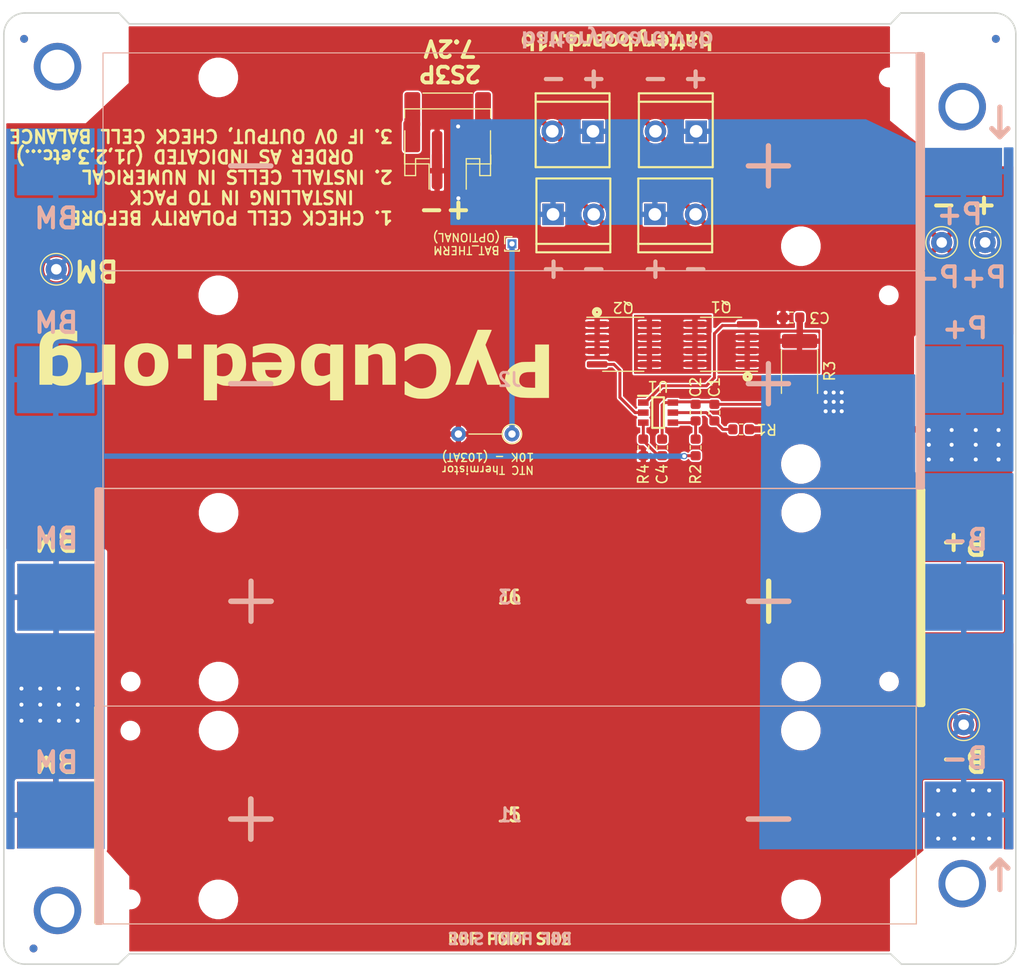
<source format=kicad_pcb>
(kicad_pcb (version 20171130) (host pcbnew "(5.1.5)-3")
  (layers (0 F.Cu signal) (31 B.Cu signal) (34 B.Paste user hide) (35 F.Paste user hide) (36 B.SilkS user) (37 F.SilkS user hide) (38 B.Mask user hide) (39 F.Mask user hide) (44 Edge.Cuts user))
  (net 0 "")
  (net 1 /VDD)
  (net 2 B-)
  (net 3 "Net-(C2-Pad2)")
  (net 4 PACK-)
  (net 5 BM)
  (net 6 PACK+)
  (net 7 "Net-(Q1-Pad5)")
  (net 8 "Net-(Q1-Pad4)")
  (net 9 "Net-(Q2-Pad4)")
  (net 10 "Net-(C3-Pad1)")
  (net 11 "Net-(C4-Pad2)")
  (net 12 BAT_THERM)
  (net 13 "Net-(H1-Pad1)")
  (net 14 "Net-(H2-Pad1)")
  (net 15 "Net-(H4-Pad1)")
  (net 16 "Net-(H3-Pad1)")
  (module custom-footprints:battery_version (layer F.Cu) (at 111.252 56.388 180)
    (fp_text reference Ref** hide)
    (fp_text value Val** hide)
  )
  (module custom-footprints:battery_version (layer B.Cu) (at 111.3536 56.134)
    (fp_text reference Ref** hide)
    (fp_text value Val** hide)
  )
  (module custom-footprints:MountingHole_3.2mm_M3_DIN965_PadMOD (layer F.Cu) (at 144.0053 62.6899)
    (fp_text reference H3 hide)
    (fp_text value MountingHole_Pad)
    (pad 1 thru_hole circle (at 0 0) (size 4.5 4.5) (drill 3.2) (layers *.Cu *.Mask) (net 16 "Net-(H3-Pad1)"))
  )
  (module custom-footprints:MountingHole_3.2mm_M3_DIN965_PadMOD (layer F.Cu) (at 144.0053 136.3499)
    (fp_text reference H4 hide)
    (fp_text value MountingHole_Pad)
    (pad 1 thru_hole circle (at 0 0) (size 4.5 4.5) (drill 3.2) (layers *.Cu *.Mask) (net 15 "Net-(H4-Pad1)"))
  )
  (module custom-footprints:MountingHole_3.2mm_M3_DIN965_PadMOD (layer F.Cu) (at 58.2803 58.8899)
    (fp_text reference H2 hide)
    (fp_text value MountingHole_Pad)
    (pad 1 thru_hole circle (at 0 0) (size 4.5 4.5) (drill 3.2) (layers *.Cu *.Mask) (net 14 "Net-(H2-Pad1)"))
  )
  (module custom-footprints:MountingHole_3.2mm_M3_DIN965_PadMOD (layer F.Cu) (at 58.2803 138.8899)
    (fp_text reference H1 hide)
    (fp_text value MountingHole_Pad)
    (pad 1 thru_hole circle (at 0 0) (size 4.5 4.5) (drill 3.2) (layers *.Cu *.Mask) (net 13 "Net-(H1-Pad1)"))
  )
  (module custom-footprints:pycubed_logo (layer F.Cu) (at 83.29676 86.9188 180)
    (fp_text reference Ref** hide)
    (fp_text value Val** hide)
  )
  (module custom-footprints:KEYSTONE-1042 (layer B.Cu) (at 101.1174 67.9196)
    (fp_text reference J4 hide)
    (fp_text value KEYSTONE-1042 hide)
    (fp_text user - (at -24.525 0) (layer B.SilkS) (effects (font (size 5 5) (thickness 0.5)) (justify mirror)))
    (fp_text user + (at 24.525 0) (layer B.SilkS) (effects (font (size 5 5) (thickness 0.5)) (justify mirror)))
    (pad 5 np_thru_hole circle (at 35.93 -8) (size 1.57 0) (drill 1.57) (layers *.Cu *.Mask))
    (pad 4 np_thru_hole circle (at 27.6 8) (size 3.45 0) (drill 3.45) (layers *.Cu *.Mask))
    (pad 3 np_thru_hole circle (at -27.6 -8) (size 3.45 0) (drill 3.45) (layers *.Cu *.Mask))
    (pad 2 smd rect (at 43 0.925 270) (size 4.5 7.34) (layers B.Cu B.Paste B.Mask) (net 6 PACK+))
    (pad 1 smd rect (at -43 0 270) (size 6.35 7.34) (layers B.Cu B.Paste B.Mask) (net 5 BM))
  )
  (module custom-footprints:KEYSTONE-1042 (layer F.Cu) (at 101.1428 109.1946)
    (fp_text reference J6 (at 0 0) (layer F.SilkS) (effects (font (size 1.27 1.27) (thickness 0.254))))
    (fp_text value KEYSTONE-1042 hide)
    (fp_text user - (at -24.525 0) (layer F.SilkS) (effects (font (size 5 5) (thickness 0.5))))
    (fp_text user + (at 24.525 0) (layer F.SilkS) (effects (font (size 5 5) (thickness 0.5))))
    (pad 5 np_thru_hole circle (at 35.93 8) (size 1.57 0) (drill 1.57) (layers *.Cu *.Mask))
    (pad 4 np_thru_hole circle (at 27.6 -8) (size 3.45 0) (drill 3.45) (layers *.Cu *.Mask))
    (pad 3 np_thru_hole circle (at -27.6 8) (size 3.45 0) (drill 3.45) (layers *.Cu *.Mask))
    (pad 2 smd rect (at 43 0 90) (size 6.35 7.34) (layers F.Cu F.Paste F.Mask) (net 6 PACK+))
    (pad 1 smd rect (at -43 0 90) (size 6.35 7.34) (layers F.Cu F.Paste F.Mask) (net 5 BM))
  )
  (module custom-footprints:KEYSTONE-1042 (layer F.Cu) (at 101.1174 129.8448 180)
    (fp_text reference J5 (at 0 0) (layer F.SilkS) (effects (font (size 1.27 1.27) (thickness 0.254))))
    (fp_text value KEYSTONE-1042 hide)
    (fp_text user - (at -24.525 0) (layer F.SilkS) (effects (font (size 5 5) (thickness 0.5))))
    (fp_text user + (at 24.525 0) (layer F.SilkS) (effects (font (size 5 5) (thickness 0.5))))
    (pad 5 np_thru_hole circle (at 35.93 8 180) (size 1.57 0) (drill 1.57) (layers *.Cu *.Mask))
    (pad 4 np_thru_hole circle (at 27.6 -8 180) (size 3.45 0) (drill 3.45) (layers *.Cu *.Mask))
    (pad 3 np_thru_hole circle (at -27.6 8 180) (size 3.45 0) (drill 3.45) (layers *.Cu *.Mask))
    (pad 2 smd rect (at 43 0 270) (size 6.35 7.34) (layers F.Cu F.Paste F.Mask) (net 5 BM))
    (pad 1 smd rect (at -43 0 270) (size 6.35 7.34) (layers F.Cu F.Paste F.Mask) (net 2 B-))
  )
  (module custom-footprints:KEYSTONE-1042 (layer B.Cu) (at 101.1428 109.1946 180)
    (fp_text reference J3 (at 0 0) (layer B.SilkS) (effects (font (size 1.27 1.27) (thickness 0.254)) (justify mirror)))
    (fp_text value KEYSTONE-1042 hide)
    (fp_text user - (at -24.525 0) (layer B.SilkS) (effects (font (size 5 5) (thickness 0.5)) (justify mirror)))
    (fp_text user + (at 24.525 0) (layer B.SilkS) (effects (font (size 5 5) (thickness 0.5)) (justify mirror)))
    (pad 5 np_thru_hole circle (at 35.93 -8 180) (size 1.57 0) (drill 1.57) (layers *.Cu *.Mask))
    (pad 4 np_thru_hole circle (at 27.6 8 180) (size 3.45 0) (drill 3.45) (layers *.Cu *.Mask))
    (pad 3 np_thru_hole circle (at -27.6 -8 180) (size 3.45 0) (drill 3.45) (layers *.Cu *.Mask))
    (pad 2 smd rect (at 43 0 90) (size 6.35 7.34) (layers B.Cu B.Paste B.Mask) (net 5 BM))
    (pad 1 smd rect (at -43 0 90) (size 6.35 7.34) (layers B.Cu B.Paste B.Mask) (net 2 B-))
  )
  (module custom-footprints:KEYSTONE-1042 (layer B.Cu) (at 101.1174 88.5698)
    (fp_text reference J2 (at 0 0) (layer B.SilkS) (effects (font (size 1.27 1.27) (thickness 0.254)) (justify mirror)))
    (fp_text value KEYSTONE-1042 hide)
    (fp_text user - (at -24.525 0) (layer B.SilkS) (effects (font (size 5 5) (thickness 0.5)) (justify mirror)))
    (fp_text user + (at 24.525 0) (layer B.SilkS) (effects (font (size 5 5) (thickness 0.5)) (justify mirror)))
    (pad 5 np_thru_hole circle (at 35.93 -8) (size 1.57 0) (drill 1.57) (layers *.Cu *.Mask))
    (pad 4 np_thru_hole circle (at 27.6 8) (size 3.45 0) (drill 3.45) (layers *.Cu *.Mask))
    (pad 3 np_thru_hole circle (at -27.6 -8) (size 3.45 0) (drill 3.45) (layers *.Cu *.Mask))
    (pad 2 smd rect (at 43 0 270) (size 6.35 7.34) (layers B.Cu B.Paste B.Mask) (net 6 PACK+))
    (pad 1 smd rect (at -43 0 270) (size 6.35 7.34) (layers B.Cu B.Paste B.Mask) (net 5 BM))
  )
  (module custom-footprints:KEYSTONE-1042 (layer B.Cu) (at 101.1428 129.8448 180)
    (fp_text reference J1 (at 0 0) (layer B.SilkS) (effects (font (size 1.27 1.27) (thickness 0.254)) (justify mirror)))
    (fp_text value KEYSTONE-1042 hide)
    (fp_text user - (at -24.525 0) (layer B.SilkS) (effects (font (size 5 5) (thickness 0.5)) (justify mirror)))
    (fp_text user + (at 24.525 0) (layer B.SilkS) (effects (font (size 5 5) (thickness 0.5)) (justify mirror)))
    (pad 5 np_thru_hole circle (at 35.93 -8 180) (size 1.57 0) (drill 1.57) (layers *.Cu *.Mask))
    (pad 4 np_thru_hole circle (at 27.6 8 180) (size 3.45 0) (drill 3.45) (layers *.Cu *.Mask))
    (pad 3 np_thru_hole circle (at -27.6 -8 180) (size 3.45 0) (drill 3.45) (layers *.Cu *.Mask))
    (pad 2 smd rect (at 43 0 90) (size 6.35 7.34) (layers B.Cu B.Paste B.Mask) (net 5 BM))
    (pad 1 smd rect (at -43 0 90) (size 6.35 7.34) (layers B.Cu B.Paste B.Mask) (net 2 B-))
  )
  (module Fiducial:Fiducial_0.75mm_Mask1.5mm (layer F.Cu) (at 147.193 56.261)
    (fp_text reference REF** hide)
    (fp_text value Fiducial_0.75mm_Mask1.5mm)
    (pad "" smd circle (at 0 0) (size 0.75 0.75) (layers F.Cu F.Mask) (clearance 0.375))
  )
  (module Fiducial:Fiducial_0.75mm_Mask1.5mm (layer B.Cu) (at 147.193 56.261)
    (fp_text reference REF** hide)
    (fp_text value Fiducial_0.75mm_Mask1.5mm)
    (pad "" smd circle (at 0 0) (size 0.75 0.75) (layers B.Cu B.Mask) (clearance 0.375))
  )
  (module Fiducial:Fiducial_0.75mm_Mask1.5mm (layer F.Cu) (at 55.118 56.261)
    (fp_text reference REF** hide)
    (fp_text value Fiducial_0.75mm_Mask1.5mm)
    (pad "" smd circle (at 0 0) (size 0.75 0.75) (layers F.Cu F.Mask) (clearance 0.375))
  )
  (module Fiducial:Fiducial_0.75mm_Mask1.5mm (layer B.Cu) (at 55.118 56.261)
    (fp_text reference REF** hide)
    (fp_text value Fiducial_0.75mm_Mask1.5mm)
    (pad "" smd circle (at 0 0) (size 0.75 0.75) (layers B.Cu B.Mask) (clearance 0.375))
  )
  (module Fiducial:Fiducial_0.75mm_Mask1.5mm (layer B.Cu) (at 56.007 142.494)
    (fp_text reference REF** hide)
    (fp_text value Fiducial_0.75mm_Mask1.5mm)
    (pad "" smd circle (at 0 0) (size 0.75 0.75) (layers B.Cu B.Mask) (clearance 0.375))
  )
  (module Fiducial:Fiducial_0.75mm_Mask1.5mm (layer F.Cu) (at 56.007 142.494)
    (fp_text reference REF** hide)
    (fp_text value Fiducial_0.75mm_Mask1.5mm)
    (pad "" smd circle (at 0 0) (size 0.75 0.75) (layers F.Cu F.Mask) (clearance 0.375))
  )
  (module Connector_JST:JST_PH_B2B-PH-SM4-TB_1x02-1MP_P2.00mm_Vertical (layer F.Cu) (at 95.25 67.2592)
    (fp_text reference REF** hide)
    (fp_text value JST_PH_B2B-PH-SM4-TB_1x02-1MP_P2.00mm_Vertical)
    (pad MP smd roundrect (at 3.4 -1.75) (size 1.6 3) (layers F.Cu F.Paste F.Mask) (roundrect_rratio 0.15625))
    (pad MP smd roundrect (at -3.4 -1.75) (size 1.6 3) (layers F.Cu F.Paste F.Mask) (roundrect_rratio 0.15625))
    (pad 2 smd roundrect (at 1 0.5) (size 1 5.499999) (layers F.Cu F.Paste F.Mask) (net 6 PACK+))
    (pad 1 smd roundrect (at -1 0.5) (size 1 5.499999) (layers F.Cu F.Paste F.Mask) (net 4 PACK-))
  )
  (module Resistor_THT:R_Axial_DIN0204_L3.6mm_D1.6mm_P5.08mm_Vertical (layer F.Cu) (at 101.346 93.726 180)
    (fp_text reference TH1 hide)
    (fp_text value Thermistor)
    (pad 2 thru_hole oval (at 5.08 0 180) (size 1.4 1.4) (drill 0.7) (layers *.Cu *.Mask) (net 4 PACK-))
    (pad 1 thru_hole circle (at 0 0 180) (size 1.4 1.4) (drill 0.7) (layers *.Cu *.Mask) (net 12 BAT_THERM))
  )
  (module Connector_PinHeader_1.00mm:PinHeader_1x01_P1.00mm_Vertical (layer F.Cu) (at 101.346 75.692)
    (fp_text reference J12 hide)
    (fp_text value Screw_Terminal_01x01)
    (pad 1 thru_hole rect (at 0 0) (size 0.85 0.85) (drill 0.5) (layers *.Cu *.Mask) (net 12 BAT_THERM))
  )
  (module custom-footprints:SCREWTERMINAL-3.5MM-2_LOCK (layer F.Cu) (at 115.062 72.898)
    (fp_text reference J11 hide)
    (fp_text value Screw_Terminal_01x02)
    (pad 1 thru_hole rect (at -0.1778 0) (size 2.032 2.032) (drill 1.2) (layers *.Cu *.Mask) (net 6 PACK+))
    (pad 2 thru_hole circle (at 3.6778 0) (size 2.032 2.032) (drill 1.2) (layers *.Cu *.Mask) (net 4 PACK-))
  )
  (module custom-footprints:SCREWTERMINAL-3.5MM-2_LOCK (layer F.Cu) (at 118.618 65.024 180)
    (fp_text reference J10 hide)
    (fp_text value Screw_Terminal_01x02)
    (pad 1 thru_hole rect (at -0.1778 0 180) (size 2.032 2.032) (drill 1.2) (layers *.Cu *.Mask) (net 6 PACK+))
    (pad 2 thru_hole circle (at 3.6778 0 180) (size 2.032 2.032) (drill 1.2) (layers *.Cu *.Mask) (net 4 PACK-))
  )
  (module custom-footprints:SCREWTERMINAL-3.5MM-2_LOCK (layer F.Cu) (at 105.41 72.898)
    (fp_text reference J9 hide)
    (fp_text value Screw_Terminal_01x02)
    (pad 1 thru_hole rect (at -0.1778 0) (size 2.032 2.032) (drill 1.2) (layers *.Cu *.Mask) (net 6 PACK+))
    (pad 2 thru_hole circle (at 3.6778 0) (size 2.032 2.032) (drill 1.2) (layers *.Cu *.Mask) (net 4 PACK-))
  )
  (module custom-footprints:SCREWTERMINAL-3.5MM-2_LOCK (layer F.Cu) (at 108.839 65.024 180)
    (fp_text reference J8 hide)
    (fp_text value Screw_Terminal_01x02)
    (pad 1 thru_hole rect (at -0.1778 0 180) (size 2.032 2.032) (drill 1.2) (layers *.Cu *.Mask) (net 6 PACK+))
    (pad 2 thru_hole circle (at 3.6778 0 180) (size 2.032 2.032) (drill 1.2) (layers *.Cu *.Mask) (net 4 PACK-))
  )
  (module Connector_JST:JST_PH_S2B-PH-SM4-TB_1x02-1MP_P2.00mm_Horizontal (layer F.Cu) (at 95.25 65.913 180)
    (fp_text reference J7 hide)
    (fp_text value JST_PH_S2B-PH-SM4)
    (pad MP smd roundrect (at 3.35 2.9 180) (size 1.5 3.4) (layers F.Cu F.Paste F.Mask) (roundrect_rratio 0.166667))
    (pad MP smd roundrect (at -3.35 2.9 180) (size 1.5 3.4) (layers F.Cu F.Paste F.Mask) (roundrect_rratio 0.166667))
    (pad 2 smd roundrect (at 1 -2.85 180) (size 1 3.5) (layers F.Cu F.Paste F.Mask) (net 4 PACK-))
    (pad 1 smd roundrect (at -1 -2.85 180) (size 1 3.5) (layers F.Cu F.Paste F.Mask) (net 6 PACK+))
  )
  (module TestPoint:TestPoint_Loop_D1.80mm_Drill1.0mm_Beaded (layer F.Cu) (at 146.177 75.565)
    (fp_text reference TP4 hide)
    (fp_text value TestPoint)
    (pad 1 thru_hole circle (at 0 0) (size 2 2) (drill 1) (layers *.Cu *.Mask) (net 6 PACK+))
  )
  (module TestPoint:TestPoint_Loop_D1.80mm_Drill1.0mm_Beaded (layer F.Cu) (at 142.0622 75.565)
    (fp_text reference TP3 hide)
    (fp_text value TestPoint)
    (pad 1 thru_hole circle (at 0 0) (size 2 2) (drill 1) (layers *.Cu *.Mask) (net 4 PACK-))
  )
  (module TestPoint:TestPoint_Loop_D1.80mm_Drill1.0mm_Beaded (layer F.Cu) (at 58.166 78.105)
    (fp_text reference TP2 hide)
    (fp_text value TestPoint)
    (pad 1 thru_hole circle (at 0 0) (size 2 2) (drill 1) (layers *.Cu *.Mask) (net 5 BM))
  )
  (module TestPoint:TestPoint_Loop_D1.80mm_Drill1.0mm_Beaded (layer F.Cu) (at 144.145 121.285)
    (fp_text reference TP1 hide)
    (fp_text value TestPoint)
    (pad 1 thru_hole circle (at 0 0) (size 2 2) (drill 1) (layers *.Cu *.Mask) (net 2 B-))
  )
  (module Capacitor_SMD:C_0603_1608Metric (layer F.Cu) (at 127.8255 82.677 180)
    (fp_text reference C3 (at -2.667 0 180 unlocked) (layer F.SilkS))
    (fp_text value 0.1uF)
    (pad 2 smd roundrect (at 0.7875 0 180) (size 0.875 0.95) (layers F.Cu F.Paste F.Mask) (net 4 PACK-))
    (pad 1 smd roundrect (at -0.7875 0 180) (size 0.875 0.95) (layers F.Cu F.Paste F.Mask) (net 10 "Net-(C3-Pad1)"))
  )
  (module Resistor_SMD:R_0603_1608Metric (layer F.Cu) (at 113.792 94.996 270)
    (fp_text reference R4 (at 2.54 0 90) (layer F.SilkS))
    (fp_text value 1K)
    (pad 2 smd roundrect (at 0.7875 0 270) (size 0.875 0.95) (layers F.Cu F.Paste F.Mask) (net 4 PACK-))
    (pad 1 smd roundrect (at -0.7875 0 270) (size 0.875 0.95) (layers F.Cu F.Paste F.Mask) (net 11 "Net-(C4-Pad2)"))
  )
  (module Resistor_SMD:R_0603_1608Metric (layer F.Cu) (at 118.745 94.996 90)
    (fp_text reference R2 (at -2.54 0 90) (layer F.SilkS))
    (fp_text value 330)
    (pad 2 smd roundrect (at 0.7875 0 90) (size 0.875 0.95) (layers F.Cu F.Paste F.Mask) (net 3 "Net-(C2-Pad2)"))
    (pad 1 smd roundrect (at -0.7875 0 90) (size 0.875 0.95) (layers F.Cu F.Paste F.Mask) (net 5 BM))
  )
  (module Resistor_SMD:R_0603_1608Metric (layer F.Cu) (at 123.063 93.2815 180)
    (fp_text reference R1 (at -2.413 0 180 unlocked) (layer F.SilkS))
    (fp_text value 330)
    (pad 2 smd roundrect (at 0.7875 0 180) (size 0.875 0.95) (layers F.Cu F.Paste F.Mask) (net 1 /VDD))
    (pad 1 smd roundrect (at -0.7875 0 180) (size 0.875 0.95) (layers F.Cu F.Paste F.Mask) (net 6 PACK+))
  )
  (module Resistor_SMD:R_2512_6332Metric (layer F.Cu) (at 128.5875 87.8205 90)
    (fp_text reference R3 (at 0.0635 2.8575 90) (layer F.SilkS))
    (fp_text value 0.01)
    (pad 2 smd roundrect (at 2.9 0 90) (size 1.35 3.35) (layers F.Cu F.Paste F.Mask) (roundrect_rratio 0.185185) (net 10 "Net-(C3-Pad1)"))
    (pad 1 smd roundrect (at -2.9 0 90) (size 1.35 3.35) (layers F.Cu F.Paste F.Mask) (roundrect_rratio 0.185185) (net 2 B-))
  )
  (module Package_SO:SOIC-8_3.9x4.9mm_P1.27mm (layer F.Cu) (at 111.887 85.217)
    (fp_text reference Q2 (at 0 -3.4925 180 unlocked) (layer F.SilkS))
    (fp_text value IRF7458)
    (pad 8 smd roundrect (at 2.475 -1.905) (size 1.95 0.6) (layers F.Cu F.Paste F.Mask) (net 7 "Net-(Q1-Pad5)"))
    (pad 7 smd roundrect (at 2.475 -0.635) (size 1.95 0.6) (layers F.Cu F.Paste F.Mask) (net 7 "Net-(Q1-Pad5)"))
    (pad 6 smd roundrect (at 2.475 0.635) (size 1.95 0.6) (layers F.Cu F.Paste F.Mask) (net 7 "Net-(Q1-Pad5)"))
    (pad 5 smd roundrect (at 2.475 1.905) (size 1.95 0.6) (layers F.Cu F.Paste F.Mask) (net 7 "Net-(Q1-Pad5)"))
    (pad 4 smd roundrect (at -2.475 1.905) (size 1.95 0.6) (layers F.Cu F.Paste F.Mask) (net 9 "Net-(Q2-Pad4)"))
    (pad 3 smd roundrect (at -2.475 0.635) (size 1.95 0.6) (layers F.Cu F.Paste F.Mask) (net 4 PACK-))
    (pad 2 smd roundrect (at -2.475 -0.635) (size 1.95 0.6) (layers F.Cu F.Paste F.Mask) (net 4 PACK-))
    (pad 1 smd roundrect (at -2.475 -1.905) (size 1.95 0.6) (layers F.Cu F.Paste F.Mask) (net 4 PACK-))
  )
  (module Package_SO:SOIC-8_3.9x4.9mm_P1.27mm (layer F.Cu) (at 121.158 85.217 180)
    (fp_text reference Q1 (at 0 3.556 180 unlocked) (layer F.SilkS))
    (fp_text value IRF7458)
    (pad 8 smd roundrect (at 2.475 -1.905 180) (size 1.95 0.6) (layers F.Cu F.Paste F.Mask) (net 7 "Net-(Q1-Pad5)"))
    (pad 7 smd roundrect (at 2.475 -0.635 180) (size 1.95 0.6) (layers F.Cu F.Paste F.Mask) (net 7 "Net-(Q1-Pad5)"))
    (pad 6 smd roundrect (at 2.475 0.635 180) (size 1.95 0.6) (layers F.Cu F.Paste F.Mask) (net 7 "Net-(Q1-Pad5)"))
    (pad 5 smd roundrect (at 2.475 1.905 180) (size 1.95 0.6) (layers F.Cu F.Paste F.Mask) (net 7 "Net-(Q1-Pad5)"))
    (pad 4 smd roundrect (at -2.475 1.905 180) (size 1.95 0.6) (layers F.Cu F.Paste F.Mask) (net 8 "Net-(Q1-Pad4)"))
    (pad 3 smd roundrect (at -2.475 0.635 180) (size 1.95 0.6) (layers F.Cu F.Paste F.Mask) (net 10 "Net-(C3-Pad1)"))
    (pad 2 smd roundrect (at -2.475 -0.635 180) (size 1.95 0.6) (layers F.Cu F.Paste F.Mask) (net 10 "Net-(C3-Pad1)"))
    (pad 1 smd roundrect (at -2.475 -1.905 180) (size 1.95 0.6) (layers F.Cu F.Paste F.Mask) (net 10 "Net-(C3-Pad1)"))
  )
  (module Capacitor_SMD:C_0603_1608Metric (layer F.Cu) (at 115.57 94.996 270)
    (fp_text reference C4 (at 2.54 0 90) (layer F.SilkS))
    (fp_text value 0.1uF)
    (pad 2 smd roundrect (at 0.7875 0 270) (size 0.875 0.95) (layers F.Cu F.Paste F.Mask) (net 11 "Net-(C4-Pad2)"))
    (pad 1 smd roundrect (at -0.7875 0 270) (size 0.875 0.95) (layers F.Cu F.Paste F.Mask) (net 2 B-))
  )
  (module Capacitor_SMD:C_0603_1608Metric (layer F.Cu) (at 118.745 91.694 270)
    (fp_text reference C2 (at -2.413 0 90) (layer F.SilkS))
    (fp_text value 0.1uF)
    (pad 2 smd roundrect (at 0.7875 0 270) (size 0.875 0.95) (layers F.Cu F.Paste F.Mask) (net 3 "Net-(C2-Pad2)"))
    (pad 1 smd roundrect (at -0.7875 0 270) (size 0.875 0.95) (layers F.Cu F.Paste F.Mask) (net 2 B-))
  )
  (module Capacitor_SMD:C_0603_1608Metric (layer F.Cu) (at 120.523 91.694 270)
    (fp_text reference C1 (at -2.413 0 90) (layer F.SilkS))
    (fp_text value 0.1uF)
    (pad 2 smd roundrect (at 0.7875 0 270) (size 0.875 0.95) (layers F.Cu F.Paste F.Mask) (net 1 /VDD))
    (pad 1 smd roundrect (at -0.7875 0 270) (size 0.875 0.95) (layers F.Cu F.Paste F.Mask) (net 2 B-))
  )
  (module custom-footprints:SOT95P280X130-6N (layer F.Cu) (at 115.189 91.694)
    (fp_text reference U1 (at 0 -2.4765 180 unlocked) (layer F.SilkS))
    (fp_text value R5460N233AF hide)
    (pad 6 smd rect (at 1.4 -0.95 90) (size 0.6 1) (layers F.Cu F.Paste F.Mask) (net 2 B-))
    (pad 5 smd rect (at 1.4 0 90) (size 0.6 1) (layers F.Cu F.Paste F.Mask) (net 1 /VDD))
    (pad 4 smd rect (at 1.4 0.95 90) (size 0.6 1) (layers F.Cu F.Paste F.Mask) (net 3 "Net-(C2-Pad2)"))
    (pad 3 smd rect (at -1.4 0.95 90) (size 0.6 1) (layers F.Cu F.Paste F.Mask) (net 11 "Net-(C4-Pad2)"))
    (pad 2 smd rect (at -1.4 0 90) (size 0.6 1) (layers F.Cu F.Paste F.Mask) (net 9 "Net-(Q2-Pad4)"))
    (pad 1 smd rect (at -1.4 -0.95 90) (size 0.6 1) (layers F.Cu F.Paste F.Mask) (net 8 "Net-(Q1-Pad4)"))
  )
  (gr_line (start 148.336 134.874) (end 147.574 134.112) (layer B.SilkS) (width 0.5))
  (gr_line (start 146.812 134.874) (end 147.574 134.112) (layer B.SilkS) (width 0.5))
  (gr_line (start 147.574 136.906) (end 147.574 134.112) (layer B.SilkS) (width 0.5))
  (gr_line (start 146.812 64.77) (end 147.574 65.532) (layer B.SilkS) (width 0.5))
  (gr_line (start 148.336 64.77) (end 147.574 65.532) (layer B.SilkS) (width 0.5))
  (gr_line (start 147.574 62.738) (end 147.574 65.532) (layer B.SilkS) (width 0.5))
  (gr_circle (center 123.6726 88.2904) (end 123.7488 88.3158) (layer F.SilkS) (width 0.4))
  (gr_circle (center 109.3978 82.169) (end 109.474 82.1944) (layer F.SilkS) (width 0.4))
  (gr_text "- +" (at 144.16532 71.9201) (layer F.SilkS) (effects (font (size 1.905 1.905) (thickness 0.381))))
  (gr_text "1. CHECK CELL POLARITY BEFORE \n    INSTALLING IN TO PACK\n2. INSTALL CELLS IN NUMERICAL \n    ORDER AS INDICATED (J1,2,3,etc...)\n3. IF 0V OUTPUT, CHECK CELL BALANCE" (at 90.17 69.32676 180) (layer F.SilkS) (effects (font (size 1.2 1.2) (thickness 0.254)) (justify left)))
  (gr_text "RBF PORT SIDE" (at 101.1428 141.605) (layer B.SilkS) (effects (font (size 1.016 1.016) (thickness 0.254)) (justify mirror)))
  (gr_text "RBF PORT SIDE" (at 101.1428 141.605) (layer F.SilkS) (effects (font (size 1.016 1.016) (thickness 0.254))))
  (gr_line (start 64.0969 53.8099) (end 55.2003 53.8099) (layer Edge.Cuts) (width 0.15))
  (gr_line (start 147.0853 53.8099) (end 138.1887 53.8099) (layer Edge.Cuts) (width 0.15))
  (gr_line (start 137.2108 54.8452) (end 138.1887 53.8099) (layer Edge.Cuts) (width 0.15))
  (gr_line (start 137.2108 54.8452) (end 65.0748 54.8452) (layer Edge.Cuts) (width 0.15))
  (gr_line (start 65.0748 54.8452) (end 64.0969 53.8099) (layer Edge.Cuts) (width 0.15))
  (gr_line (start 147.0853 143.9799) (end 138.2461 143.9799) (layer Edge.Cuts) (width 0.15))
  (gr_line (start 64.0395 143.9799) (end 65.0748 143.002) (layer Edge.Cuts) (width 0.15))
  (gr_line (start 137.2108 143.002) (end 65.0748 143.002) (layer Edge.Cuts) (width 0.15))
  (gr_line (start 138.2461 143.9799) (end 137.2108 143.002) (layer Edge.Cuts) (width 0.15))
  (gr_text "BAT_THERM\n(OPTIONAL)" (at 97.028 75.692 180) (layer F.SilkS) (effects (font (size 0.762 0.762) (thickness 0.127))))
  (gr_text "2S3P\n7.2V" (at 95.4532 58.36666 180) (layer F.SilkS) (effects (font (size 1.5 1.5) (thickness 0.355))))
  (gr_text "NTC Thermistor\n10K - (103AT)" (at 99.06 96.52 180) (layer F.SilkS) (effects (font (size 0.762 0.762) (thickness 0.127))))
  (gr_text "- +" (at 107.188 77.978) (layer B.SilkS) (effects (font (size 1.905 1.905) (thickness 0.381)) (justify mirror)))
  (gr_text "- +" (at 116.84 77.978) (layer B.SilkS) (effects (font (size 1.905 1.905) (thickness 0.381)) (justify mirror)))
  (gr_text "- +" (at 116.84 60.198 180) (layer B.SilkS) (effects (font (size 1.905 1.905) (thickness 0.381)) (justify mirror)))
  (gr_text "- +" (at 107.188 60.198 180) (layer B.SilkS) (effects (font (size 1.905 1.905) (thickness 0.381)) (justify mirror)))
  (gr_text "- +" (at 107.188 78.232 180) (layer F.SilkS) (effects (font (size 1.905 1.905) (thickness 0.381))))
  (gr_text "- +" (at 116.84 78.232 180) (layer F.SilkS) (effects (font (size 1.905 1.905) (thickness 0.381))))
  (gr_text "- +" (at 116.84 59.944) (layer F.SilkS) (effects (font (size 1.905 1.905) (thickness 0.381))))
  (gr_text + (at 96.266 72.644 180) (layer F.SilkS) (effects (font (size 1.905 1.905) (thickness 0.381))))
  (gr_text - (at 93.726 72.644 180) (layer F.SilkS) (effects (font (size 1.905 1.905) (thickness 0.381))))
  (gr_text "- +" (at 107.188 59.944) (layer F.SilkS) (effects (font (size 1.905 1.905) (thickness 0.381))))
  (gr_text P+ (at 143.764 72.898) (layer B.SilkS) (effects (font (size 1.905 1.905) (thickness 0.381)) (justify mirror)))
  (gr_text P- (at 141.605 78.867) (layer B.SilkS) (effects (font (size 1.905 1.905) (thickness 0.381)) (justify mirror)))
  (gr_text BM (at 61.976 78.232 180) (layer F.SilkS) (effects (font (size 1.905 1.905) (thickness 0.381))))
  (gr_text P+ (at 146.05 78.867) (layer B.SilkS) (effects (font (size 1.905 1.905) (thickness 0.381)) (justify mirror)))
  (gr_text P+ (at 144.272 83.693) (layer B.SilkS) (effects (font (size 1.905 1.905) (thickness 0.381)) (justify mirror)))
  (gr_text B- (at 144.272 103.759) (layer B.SilkS) (effects (font (size 1.905 1.905) (thickness 0.381)) (justify mirror)))
  (gr_text B- (at 144.272 124.46) (layer B.SilkS) (effects (font (size 1.905 1.905) (thickness 0.381)) (justify mirror)))
  (gr_text BM (at 58.166 124.841) (layer B.SilkS) (effects (font (size 1.905 1.905) (thickness 0.381)) (justify mirror)))
  (gr_text BM (at 58.166 73.279) (layer B.SilkS) (effects (font (size 1.905 1.905) (thickness 0.381)) (justify mirror)))
  (gr_text BM (at 58.166 83.185) (layer B.SilkS) (effects (font (size 1.905 1.905) (thickness 0.381)) (justify mirror)))
  (gr_text BM (at 58.166 103.632) (layer B.SilkS) (effects (font (size 1.905 1.905) (thickness 0.381)) (justify mirror)))
  (gr_text P+ (at 144.145 104.14 180) (layer F.SilkS) (effects (font (size 1.905 1.905) (thickness 0.381))))
  (gr_text B- (at 144.145 124.714 180) (layer F.SilkS) (effects (font (size 1.905 1.905) (thickness 0.381))))
  (gr_text BM (at 58.166 124.714 180) (layer F.SilkS) (effects (font (size 1.905 1.905) (thickness 0.381))))
  (gr_text BM (at 58.166 103.759 180) (layer F.SilkS) (effects (font (size 1.905 1.905) (thickness 0.381))))
  (gr_line (start 55.2003 143.9799) (end 64.0395 143.9799) (layer Edge.Cuts) (width 0.15))
  (gr_arc (start 147.0853 141.9799) (end 147.0853 143.9799) (angle -90) (layer Edge.Cuts) (width 0.15))
  (gr_line (start 149.0853 141.9799) (end 149.0853 55.8099) (layer Edge.Cuts) (width 0.15))
  (gr_arc (start 147.0853 55.8099) (end 149.0853 55.8099) (angle -90) (layer Edge.Cuts) (width 0.15))
  (gr_arc (start 55.2003 55.8099) (end 55.2003 53.8099) (angle -90) (layer Edge.Cuts) (width 0.15))
  (gr_line (start 53.2003 55.8099) (end 53.2003 141.9799) (layer Edge.Cuts) (width 0.15))
  (gr_arc (start 55.2003 141.9799) (end 53.2003 141.9799) (angle -90) (layer Edge.Cuts) (width 0.15))
  (segment (start 120.523 92.456) (end 120.523 92.4815) (width 0.2794) (layer F.Cu) (net 1))
  (segment (start 116.589 91.694) (end 119.761 91.694) (width 0.2794) (layer F.Cu) (net 1))
  (segment (start 119.761 91.694) (end 120.523 92.456) (width 0.2794) (layer F.Cu) (net 1))
  (segment (start 121.323 93.2815) (end 120.523 92.4815) (width 0.2794) (layer F.Cu) (net 1))
  (segment (start 122.2755 93.2815) (end 121.323 93.2815) (width 0.2794) (layer F.Cu) (net 1))
  (via (at 146.558 127.508) (size 0.5842) (drill 0.381) (layers F.Cu B.Cu) (net 2))
  (via (at 145.034 127.508) (size 0.5842) (drill 0.381) (layers F.Cu B.Cu) (net 2))
  (via (at 143.256 127.508) (size 0.5842) (drill 0.381) (layers F.Cu B.Cu) (net 2))
  (via (at 141.732 127.508) (size 0.5842) (drill 0.381) (layers F.Cu B.Cu) (net 2))
  (via (at 143.256 129.794) (size 0.5842) (drill 0.381) (layers F.Cu B.Cu) (net 2))
  (via (at 146.558 129.794) (size 0.5842) (drill 0.381) (layers F.Cu B.Cu) (net 2))
  (via (at 145.034 129.794) (size 0.5842) (drill 0.381) (layers F.Cu B.Cu) (net 2))
  (via (at 141.732 129.794) (size 0.5842) (drill 0.381) (layers F.Cu B.Cu) (net 2))
  (via (at 146.558 132.08) (size 0.5842) (drill 0.381) (layers F.Cu B.Cu) (net 2))
  (via (at 141.732 132.08) (size 0.5842) (drill 0.381) (layers F.Cu B.Cu) (net 2))
  (via (at 143.256 132.08) (size 0.5842) (drill 0.381) (layers F.Cu B.Cu) (net 2))
  (via (at 145.034 132.08) (size 0.5842) (drill 0.381) (layers F.Cu B.Cu) (net 2))
  (segment (start 118.745 90.9065) (end 118.745 90.678) (width 0.2794) (layer F.Cu) (net 2))
  (segment (start 120.2945 90.678) (end 120.523 90.9065) (width 0.2794) (layer F.Cu) (net 2))
  (segment (start 118.745 90.678) (end 120.2945 90.678) (width 0.2794) (layer F.Cu) (net 2))
  (segment (start 116.655 90.678) (end 118.745 90.678) (width 0.2794) (layer F.Cu) (net 2))
  (segment (start 116.589 90.744) (end 116.655 90.678) (width 0.2794) (layer F.Cu) (net 2))
  (segment (start 115.8096 90.744) (end 116.589 90.744) (width 0.2794) (layer F.Cu) (net 2))
  (segment (start 115.57 90.9836) (end 115.8096 90.744) (width 0.2794) (layer F.Cu) (net 2))
  (segment (start 115.57 94.2085) (end 115.57 90.9836) (width 0.2794) (layer F.Cu) (net 2))
  (segment (start 128.4015 90.9065) (end 128.5875 90.7205) (width 0.2794) (layer F.Cu) (net 2))
  (segment (start 120.523 90.9065) (end 128.4015 90.9065) (width 0.2794) (layer F.Cu) (net 2))
  (via (at 131.064 89.789) (size 0.5842) (drill 0.381) (layers F.Cu B.Cu) (net 2))
  (via (at 131.826 89.789) (size 0.5842) (drill 0.381) (layers F.Cu B.Cu) (net 2))
  (via (at 132.588 89.789) (size 0.5842) (drill 0.381) (layers F.Cu B.Cu) (net 2))
  (via (at 131.826 90.678) (size 0.5842) (drill 0.381) (layers F.Cu B.Cu) (net 2))
  (via (at 132.588 90.678) (size 0.5842) (drill 0.381) (layers F.Cu B.Cu) (net 2))
  (via (at 131.064 90.678) (size 0.5842) (drill 0.381) (layers F.Cu B.Cu) (net 2))
  (via (at 131.826 91.567) (size 0.5842) (drill 0.381) (layers F.Cu B.Cu) (net 2))
  (via (at 131.064 91.567) (size 0.5842) (drill 0.381) (layers F.Cu B.Cu) (net 2))
  (via (at 132.588 91.567) (size 0.5842) (drill 0.381) (layers F.Cu B.Cu) (net 2))
  (segment (start 118.5825 92.644) (end 118.745 92.4815) (width 0.2794) (layer F.Cu) (net 3))
  (segment (start 116.589 92.644) (end 118.5825 92.644) (width 0.2794) (layer F.Cu) (net 3))
  (segment (start 118.745 92.4815) (end 118.745 94.2085) (width 0.2794) (layer F.Cu) (net 3))
  (segment (start 93.218 68.763) (end 95.1282 68.763) (width 0.508) (layer F.Cu) (net 4))
  (via (at 54.864 117.856) (size 0.5842) (drill 0.381) (layers F.Cu B.Cu) (net 5))
  (via (at 56.642 117.856) (size 0.5842) (drill 0.381) (layers F.Cu B.Cu) (net 5))
  (via (at 58.42 117.856) (size 0.5842) (drill 0.381) (layers F.Cu B.Cu) (net 5))
  (via (at 60.198 117.856) (size 0.5842) (drill 0.381) (layers F.Cu B.Cu) (net 5))
  (via (at 54.864 119.38) (size 0.5842) (drill 0.381) (layers F.Cu B.Cu) (net 5))
  (via (at 58.42 119.38) (size 0.5842) (drill 0.381) (layers F.Cu B.Cu) (net 5))
  (via (at 56.642 119.38) (size 0.5842) (drill 0.381) (layers F.Cu B.Cu) (net 5))
  (via (at 60.198 119.38) (size 0.5842) (drill 0.381) (layers F.Cu B.Cu) (net 5))
  (via (at 60.198 120.904) (size 0.5842) (drill 0.381) (layers F.Cu B.Cu) (net 5))
  (via (at 58.42 120.904) (size 0.5842) (drill 0.381) (layers F.Cu B.Cu) (net 5))
  (via (at 54.864 120.904) (size 0.5842) (drill 0.381) (layers F.Cu B.Cu) (net 5))
  (via (at 56.642 120.904) (size 0.5842) (drill 0.381) (layers F.Cu B.Cu) (net 5))
  (segment (start 117.703498 95.7835) (end 117.665498 95.8215) (width 0.2794) (layer F.Cu) (net 5))
  (via (at 117.665498 95.8215) (size 0.5842) (drill 0.381) (layers F.Cu B.Cu) (net 5))
  (segment (start 118.745 95.7835) (end 117.703498 95.7835) (width 0.2794) (layer F.Cu) (net 5))
  (segment (start 117.665498 95.8215) (end 58.2295 95.8215) (width 0.508) (layer B.Cu) (net 5))
  (via (at 140.843 93.345) (size 0.5842) (drill 0.381) (layers F.Cu B.Cu) (net 6))
  (via (at 143.002 93.345) (size 0.5842) (drill 0.381) (layers F.Cu B.Cu) (net 6))
  (via (at 145.288 93.345) (size 0.5842) (drill 0.381) (layers F.Cu B.Cu) (net 6))
  (via (at 147.447 93.345) (size 0.5842) (drill 0.381) (layers F.Cu B.Cu) (net 6))
  (via (at 140.843 94.742) (size 0.5842) (drill 0.381) (layers F.Cu B.Cu) (net 6))
  (via (at 143.002 94.742) (size 0.5842) (drill 0.381) (layers F.Cu B.Cu) (net 6))
  (via (at 145.288 94.742) (size 0.5842) (drill 0.381) (layers F.Cu B.Cu) (net 6))
  (via (at 147.447 94.742) (size 0.5842) (drill 0.381) (layers F.Cu B.Cu) (net 6))
  (via (at 145.288 96.139) (size 0.5842) (drill 0.381) (layers F.Cu B.Cu) (net 6))
  (via (at 140.843 96.139) (size 0.5842) (drill 0.381) (layers F.Cu B.Cu) (net 6))
  (via (at 143.002 96.139) (size 0.5842) (drill 0.381) (layers F.Cu B.Cu) (net 6))
  (via (at 147.447 96.139) (size 0.5842) (drill 0.381) (layers F.Cu B.Cu) (net 6))
  (segment (start 139.954 92.456) (end 140.843 93.345) (width 0.6096) (layer F.Cu) (net 6))
  (segment (start 123.8505 93.2815) (end 139.954 93.2815) (width 0.6096) (layer F.Cu) (net 6))
  (via (at 96.266 71.374) (size 0.5842) (drill 0.381) (layers F.Cu B.Cu) (net 6))
  (segment (start 96.25 68.763) (end 96.25 71.358) (width 0.6096) (layer F.Cu) (net 6))
  (segment (start 96.25 71.358) (end 96.266 71.374) (width 0.6096) (layer F.Cu) (net 6))
  (via (at 96.2406 64.5668) (size 0.5842) (drill 0.381) (layers F.Cu B.Cu) (net 6))
  (segment (start 96.25 64.5762) (end 96.2406 64.5668) (width 0.6096) (layer F.Cu) (net 6))
  (segment (start 96.25 68.763) (end 96.25 64.5762) (width 0.6096) (layer F.Cu) (net 6))
  (segment (start 115.57 89.154) (end 113.98 90.744) (width 0.2794) (layer F.Cu) (net 8))
  (segment (start 123.506 83.439) (end 121.285 83.439) (width 0.2794) (layer F.Cu) (net 8))
  (segment (start 120.523 84.201) (end 120.523 88.392) (width 0.2794) (layer F.Cu) (net 8))
  (segment (start 113.98 90.744) (end 113.789 90.744) (width 0.2794) (layer F.Cu) (net 8))
  (segment (start 123.633 83.312) (end 123.506 83.439) (width 0.2794) (layer F.Cu) (net 8))
  (segment (start 121.285 83.439) (end 120.523 84.201) (width 0.2794) (layer F.Cu) (net 8))
  (segment (start 119.761 89.154) (end 115.57 89.154) (width 0.2794) (layer F.Cu) (net 8))
  (segment (start 120.523 88.392) (end 119.761 89.154) (width 0.2794) (layer F.Cu) (net 8))
  (segment (start 111.5695 90.2539) (end 111.5695 87.6935) (width 0.2794) (layer F.Cu) (net 9))
  (segment (start 110.998 87.122) (end 109.412 87.122) (width 0.2794) (layer F.Cu) (net 9))
  (segment (start 113.789 91.694) (end 113.0096 91.694) (width 0.2794) (layer F.Cu) (net 9))
  (segment (start 111.5695 87.6935) (end 110.998 87.122) (width 0.2794) (layer F.Cu) (net 9))
  (segment (start 113.0096 91.694) (end 111.5695 90.2539) (width 0.2794) (layer F.Cu) (net 9))
  (segment (start 128.613 84.895) (end 128.5875 84.9205) (width 0.6096) (layer F.Cu) (net 10))
  (segment (start 128.613 82.677) (end 128.613 84.895) (width 0.6096) (layer F.Cu) (net 10))
  (segment (start 113.789 94.2055) (end 113.792 94.2085) (width 0.2794) (layer F.Cu) (net 11))
  (segment (start 113.789 92.644) (end 113.789 94.2055) (width 0.2794) (layer F.Cu) (net 11))
  (segment (start 115.2145 95.7835) (end 115.57 95.7835) (width 0.2794) (layer F.Cu) (net 11))
  (segment (start 113.792 94.2085) (end 113.792 94.361) (width 0.2794) (layer F.Cu) (net 11))
  (segment (start 113.792 94.361) (end 115.2145 95.7835) (width 0.2794) (layer F.Cu) (net 11))
  (segment (start 101.346 76.625) (end 101.346 93.726) (width 0.508) (layer B.Cu) (net 12))
  (segment (start 101.346 75.692) (end 101.346 76.625) (width 0.508) (layer B.Cu) (net 12))
  (zone (net 5) (net_name BM) (layer B.Cu) (priority 3) (connect_pads (clearance 0.1524)) (min_thickness 0.1524) (fill yes (arc_segments 32) (thermal_gap 0.254) (thermal_bridge_width 0.508))
    (polygon (pts (xy 62.738 133.096) (xy 53.086 133.096) (xy 53.086 64.77) (xy 62.738 64.77)))
  )
  (zone (net 5) (net_name BM) (layer F.Cu) (priority 3) (connect_pads (clearance 0.254)) (min_thickness 0.1524) (fill yes (arc_segments 32) (thermal_gap 0.254) (thermal_bridge_width 0.508))
    (polygon (pts (xy 62.738 133.096) (xy 53.086 133.096) (xy 53.086 104.902) (xy 62.738 104.902)))
  )
  (zone (net 2) (net_name B-) (layer B.Cu) (priority 2) (connect_pads (clearance 0.1524)) (min_thickness 0.1524) (fill yes (arc_segments 32) (thermal_gap 0.254) (thermal_bridge_width 0.508))
    (polygon (pts (xy 149.098 133.096) (xy 124.7775 133.096) (xy 124.968 88.138) (xy 149.098 88.011)))
  )
  (zone (net 7) (net_name "Net-(Q1-Pad5)") (layer F.Cu) (priority 3) (connect_pads (clearance 0.1524)) (min_thickness 0.1524) (fill yes (arc_segments 32) (thermal_gap 0.127) (thermal_bridge_width 0.508))
    (polygon (pts (xy 120.269 88.011) (xy 112.903 88.011) (xy 112.903 82.423) (xy 120.269 82.423)))
  )
  (zone (net 10) (net_name "Net-(C3-Pad1)") (layer F.Cu) (priority 3) (connect_pads (clearance 0.1524)) (min_thickness 0.1524) (fill yes (arc_segments 32) (thermal_gap 0.127) (thermal_bridge_width 0.508))
    (polygon (pts (xy 130.556 83.82) (xy 130.556 88.011) (xy 120.523 88.011) (xy 120.523 83.82)))
  )
  (zone (net 6) (net_name PACK+) (layer B.Cu) (priority 3) (connect_pads (clearance 0.1524)) (min_thickness 0.1524) (fill yes (arc_segments 32) (thermal_gap 0.1524) (thermal_bridge_width 0.508))
    (polygon (pts (xy 149.092331 97.282) (xy 139.694331 97.282) (xy 139.694331 73.8632) (xy 95.504 73.914) (xy 95.504 63.881) (xy 134.874 63.881) (xy 140.462 66.548) (xy 149.092331 66.548)))
  )
  (zone (net 6) (net_name PACK+) (layer F.Cu) (priority 3) (connect_pads (clearance 0.254)) (min_thickness 0.1524) (fill yes (arc_segments 32) (thermal_gap 0.1524) (thermal_bridge_width 0.508))
    (polygon (pts (xy 149.098 113.286067) (xy 139.7 113.286067) (xy 139.7 84.584067) (xy 149.098 84.584067)))
  )
  (zone (net 4) (net_name PACK-) (layer F.Cu) (connect_pads (clearance 0.1524)) (min_thickness 0.1524) (fill yes (arc_segments 32) (thermal_gap 0.1524) (thermal_bridge_width 0.508))
    (polygon (pts (xy 149.86 144.78) (xy 53.34 144.78) (xy 53.34 53.34) (xy 149.86 53.34)))
  )
  (zone (net 2) (net_name B-) (layer F.Cu) (priority 2) (connect_pads (clearance 0.1524)) (min_thickness 0.1524) (fill yes (arc_segments 32) (thermal_gap 0.254) (thermal_bridge_width 0.508))
    (polygon (pts (xy 133.096 92.202) (xy 126.492 92.202) (xy 126.492 89.408) (xy 133.096 89.408)))
  )
  (zone (net 0) (net_name "") (layers F&B.Cu) (connect_pads (clearance 0.1524)) (min_thickness 0.254)
    (keepout (tracks allowed) (vias allowed) (copperpour not_allowed))
    (fill (arc_segments 32) (thermal_gap 0.508) (thermal_bridge_width 0.508))
    (polygon (pts (xy 65.024 60.452) (xy 60.96 64.262) (xy 53.072244 64.262) (xy 53.072244 52.578) (xy 65.024 52.578)))
  )
  (zone (net 0) (net_name "") (layer F.Cu) (connect_pads (clearance 0.1524)) (min_thickness 0.254)
    (keepout (tracks allowed) (vias allowed) (copperpour not_allowed))
    (fill (arc_segments 32) (thermal_gap 0.508) (thermal_bridge_width 0.508))
    (polygon (pts (xy 142.494 68.339756) (xy 137.16 64.008) (xy 137.16 52.832) (xy 149.86 52.832) (xy 149.86 68.339756)))
  )
  (zone (net 0) (net_name "") (layers F&B.Cu) (connect_pads (clearance 0.1524)) (min_thickness 0.254)
    (keepout (tracks allowed) (vias allowed) (copperpour not_allowed))
    (fill (arc_segments 32) (thermal_gap 0.508) (thermal_bridge_width 0.508))
    (polygon (pts (xy 137.16 135.89) (xy 140.462 133.096) (xy 149.111756 133.096) (xy 149.111756 144.78) (xy 137.16 144.78)))
  )
  (zone (net 0) (net_name "") (layers F&B.Cu) (connect_pads (clearance 0.1524)) (min_thickness 0.254)
    (keepout (tracks allowed) (vias allowed) (copperpour not_allowed))
    (fill (arc_segments 32) (thermal_gap 0.508) (thermal_bridge_width 0.508))
    (polygon (pts (xy 62.738 133.082244) (xy 65.082555 135.636) (xy 65.082555 145.034) (xy 52.832 145.034) (xy 52.832 133.082244)))
  )
)
</source>
